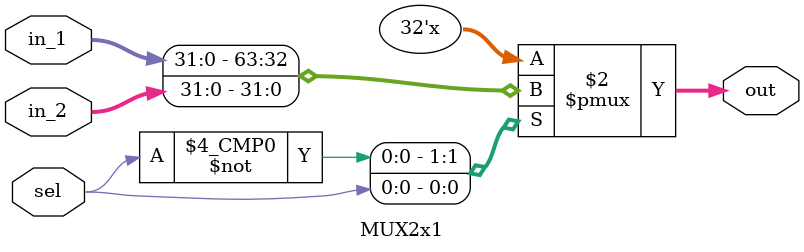
<source format=sv>
`timescale 1ns / 1ps

module MUX2x1 #(
    parameter                       DATA_WIDTH=32) (    // 
    input  logic                    sel,                // 
    input  logic [DATA_WIDTH-1:0]   in_1,               // 
    input  logic [DATA_WIDTH-1:0]   in_2,               // 
    output logic [DATA_WIDTH-1:0]   out);               // 
    
    // 
    always_comb begin
        case (sel)
            1'b0:       out = in_1;
            1'b1:       out = in_2;
            default:    out = 'X;
        endcase
    end
    
endmodule

</source>
